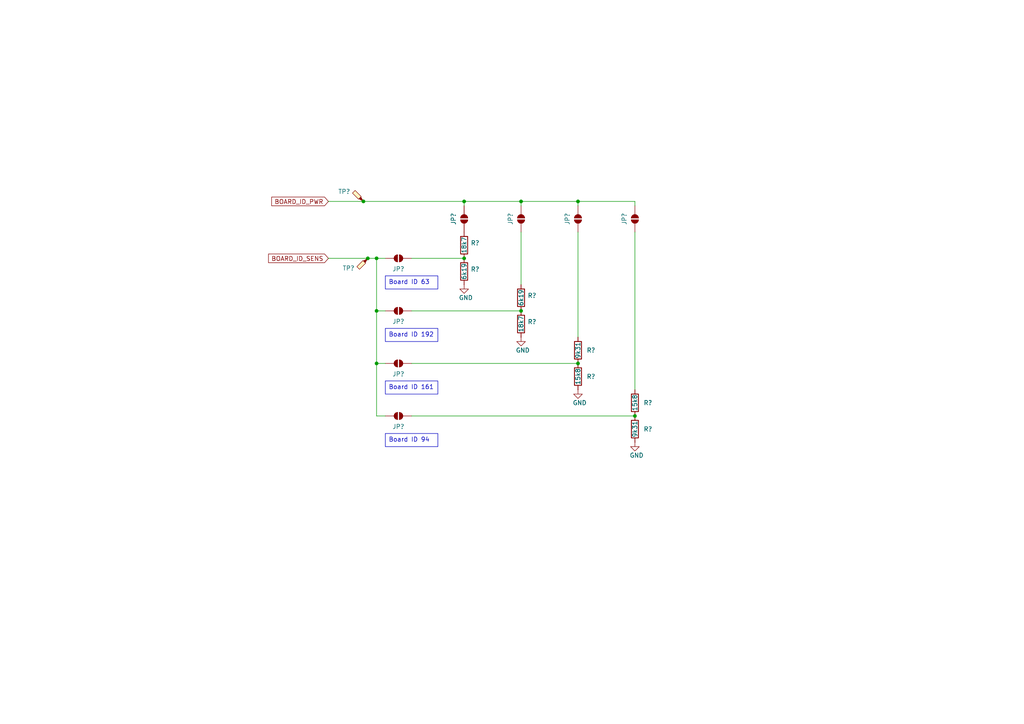
<source format=kicad_sch>
(kicad_sch (version 20231120) (generator "eeschema") (generator_version "8.0")
  (paper "A4")
  (lib_symbols
    (symbol "Connector:TestPoint_Probe" (pin_numbers hide) (pin_names (offset 0.762) hide)
      (property "Reference" "TP" (at 1.651 5.842 0))
      (property "Value" "TestPoint_Probe" (at 1.651 4.064 0))
      (symbol "TestPoint_Probe_0_1"
        (polyline (pts (xy 1.27 0.762) (xy 0 0) (xy 0.762 1.27) (xy 1.27 0.762)) (fill (type outline)))
        (polyline (pts (xy 1.397 0.635) (xy 0.635 1.397) (xy 2.413 3.175) (xy 3.175 2.413) (xy 1.397 0.635)) (fill (type background)))
      )
      (symbol "TestPoint_Probe_1_1"
        (pin passive line (at 0 0 90) (length 0) (name "1") (number "1"))
      )
    )
    (symbol "Device:R" (pin_numbers hide) (pin_names (offset 0))
      (property "Reference" "R" (at 2.032 0 90))
      (property "Value" "R" (at 0 0 90))
      (symbol "R_0_1"
        (rectangle (start -1.016 -2.54) (end 1.016 2.54) (stroke (width 0.254)))
      )
      (symbol "R_1_1"
        (pin passive line (at 0 3.81 270) (length 1.27) (name "~") (number "1"))
        (pin passive line (at 0 -3.81 90) (length 1.27) (name "~") (number "2"))
      )
    )
    (symbol "Jumper:SolderJumper_2_Open" (pin_numbers hide) (pin_names (offset 0) hide) (exclude_from_sim yes) (in_bom no)
      (property "Reference" "JP" (at 0 2.032 0))
      (property "Value" "SolderJumper_2_Open" (at 0 -2.54 0))
      (symbol "SolderJumper_2_Open_0_1"
        (arc (start -0.254 1.016) (mid -1.2656 0) (end -0.254 -1.016))
        (arc (start -0.254 1.016) (mid -1.2656 0) (end -0.254 -1.016) (fill (type outline)))
        (polyline (pts (xy -0.254 1.016) (xy -0.254 -1.016)))
        (polyline (pts (xy 0.254 1.016) (xy 0.254 -1.016)))
        (arc (start 0.254 -1.016) (mid 1.2656 0) (end 0.254 1.016))
        (arc (start 0.254 -1.016) (mid 1.2656 0) (end 0.254 1.016) (fill (type outline)))
      )
      (symbol "SolderJumper_2_Open_1_1"
        (pin passive line (at -3.81 0 0) (length 2.54) (name "A") (number "1"))
        (pin passive line (at 3.81 0 180) (length 2.54) (name "B") (number "2"))
      )
    )
    (symbol "power:GND" (power) (pin_numbers hide) (pin_names (offset 0) hide)
      (property "Value" "GND" (at 0 -3.81 0))
      (symbol "GND_0_1"
        (polyline (pts (xy 0 0) (xy 0 -1.27) (xy 1.27 -1.27) (xy 0 -2.54) (xy -1.27 -1.27) (xy 0 -1.27)))
      )
      (symbol "GND_1_1"
        (pin power_in line (at 0 0 270) (length 0) (name "~") (number "1"))
      )
    )
  )
  (junction (at 105.41 58.42))
  (junction (at 134.62 58.42))
  (junction (at 151.13 90.17))
  (junction (at 151.13 58.42))
  (junction (at 109.22 90.17))
  (junction (at 167.64 105.41))
  (junction (at 134.62 74.93))
  (junction (at 109.22 74.93))
  (junction (at 109.22 105.41))
  (junction (at 106.68 74.93))
  (junction (at 167.64 58.42))
  (junction (at 184.15 120.65))
  (wire (pts (xy 109.22 74.93) (xy 111.76 74.93)))
  (wire (pts (xy 95.25 58.42) (xy 105.41 58.42)))
  (wire (pts (xy 184.15 67.31) (xy 184.15 113.03)))
  (wire (pts (xy 106.68 74.93) (xy 109.22 74.93)))
  (wire (pts (xy 95.25 74.93) (xy 106.68 74.93)))
  (wire (pts (xy 167.64 67.31) (xy 167.64 97.79)))
  (wire (pts (xy 151.13 58.42) (xy 134.62 58.42)))
  (wire (pts (xy 119.38 90.17) (xy 151.13 90.17)))
  (wire (pts (xy 134.62 58.42) (xy 134.62 59.69)))
  (wire (pts (xy 151.13 67.31) (xy 151.13 82.55)))
  (wire (pts (xy 151.13 59.69) (xy 151.13 58.42)))
  (wire (pts (xy 109.22 105.41) (xy 109.22 120.65)))
  (wire (pts (xy 167.64 58.42) (xy 151.13 58.42)))
  (wire (pts (xy 109.22 120.65) (xy 111.76 120.65)))
  (wire (pts (xy 119.38 105.41) (xy 167.64 105.41)))
  (wire (pts (xy 109.22 105.41) (xy 111.76 105.41)))
  (wire (pts (xy 167.64 58.42) (xy 167.64 59.69)))
  (wire (pts (xy 119.38 74.93) (xy 134.62 74.93)))
  (wire (pts (xy 119.38 120.65) (xy 184.15 120.65)))
  (wire (pts (xy 109.22 90.17) (xy 109.22 105.41)))
  (wire (pts (xy 109.22 90.17) (xy 111.76 90.17)))
  (wire (pts (xy 105.41 58.42) (xy 134.62 58.42)))
  (wire (pts (xy 109.22 74.93) (xy 109.22 90.17)))
  (wire (pts (xy 184.15 58.42) (xy 167.64 58.42)))
  (wire (pts (xy 184.15 59.69) (xy 184.15 58.42)))
  (text_box "Board ID 94" (at 111.76 125.73 0) (size 15.24 3.81) (effects (font (size 1.27 1.27)) (justify left top)))
  (text_box "Board ID 192" (at 111.76 95.25 0) (size 15.24 3.81) (effects (font (size 1.27 1.27)) (justify left top)))
  (text_box "Board ID 161" (at 111.76 110.49 0) (size 15.24 3.81) (effects (font (size 1.27 1.27)) (justify left top)))
  (text_box "Board ID 63" (at 111.76 80.01 0) (size 15.24 3.81) (effects (font (size 1.27 1.27)) (justify left top)))
  (global_label "BOARD_ID_SENS" (shape input) (at 95.25 74.93 180) (property "Intersheetrefs" "${INTERSHEET_REFS}" (effects (hide yes))))
  (global_label "BOARD_ID_PWR" (shape input) (at 95.25 58.42 180) (property "Intersheetrefs" "${INTERSHEET_REFS}" (effects (hide yes))))
  (symbol (lib_id "Jumper:SolderJumper_2_Open") (at 115.57 74.93 0) (unit 1) (exclude_from_sim yes) (in_bom no)
    (property "Reference" "JP?" (at 115.57 78.74 0) (effects (justify bottom)))
    (property "Value" "SolderJumper_2_Open" (effects (hide yes)))
    (property "Footprint" "Jumper:SolderJumper-2_P1.3mm_Open_RoundedPad1.0x1.5mm" (effects (hide yes)))
    (property "Active" "Y" (effects (hide yes)))
    (property "MPN" "NA" (effects (hide yes)))
  )
  (symbol (lib_id "power:GND") (at 134.62 82.55 0) (mirror y) (unit 1)
    (property "Reference" "#PWR067" (effects (hide yes)))
    (property "Value" "GND" (at 137.16 86.36 0) (effects (justify left)))
  )
  (symbol (lib_id "Device:R") (at 134.62 78.74 0) (mirror y) (unit 1)
    (property "Reference" "R?" (at 136.525 78.105 0) (effects (justify right)))
    (property "Value" "6k19" (at 134.62 78.74 90))
    (property "Footprint" "footprints:Nondescript_R_0402_1005Metric" (effects (hide yes)))
    (property "Active" "Y" (effects (hide yes)))
    (property "MPN" "C25914" (effects (hide yes)))
    (property "Manufacturer" "UNI-ROYAL(Uniroyal Elec)" (effects (hide yes)))
    (property "Manufacturer Part Number" "0402WGF6191TCE" (effects (hide yes)))
    (property "Basic or Extended Component" "Basic" (effects (hide yes)))
  )
  (symbol (lib_id "power:GND") (at 184.15 128.27 0) (mirror y) (unit 1)
    (property "Reference" "#PWR070" (effects (hide yes)))
    (property "Value" "GND" (at 186.69 132.08 0) (effects (justify left)))
  )
  (symbol (lib_id "Jumper:SolderJumper_2_Open") (at 134.62 63.5 270) (unit 1) (exclude_from_sim yes) (in_bom no)
    (property "Reference" "JP?" (at 130.81 63.5 0) (effects (justify bottom)))
    (property "Value" "SolderJumper_2_Open" (effects (hide yes)))
    (property "Footprint" "Jumper:SolderJumper-2_P1.3mm_Open_RoundedPad1.0x1.5mm" (effects (hide yes)))
    (property "Active" "Y" (effects (hide yes)))
    (property "MPN" "NA" (effects (hide yes)))
  )
  (symbol (lib_id "Jumper:SolderJumper_2_Open") (at 115.57 105.41 0) (unit 1) (exclude_from_sim yes) (in_bom no)
    (property "Reference" "JP?" (at 115.57 109.22 0) (effects (justify bottom)))
    (property "Value" "SolderJumper_2_Open" (effects (hide yes)))
    (property "Footprint" "Jumper:SolderJumper-2_P1.3mm_Open_RoundedPad1.0x1.5mm" (effects (hide yes)))
    (property "Active" "Y" (effects (hide yes)))
    (property "MPN" "NA" (effects (hide yes)))
  )
  (symbol (lib_id "Jumper:SolderJumper_2_Open") (at 115.57 120.65 0) (unit 1) (exclude_from_sim yes) (in_bom no)
    (property "Reference" "JP?" (at 115.57 124.46 0) (effects (justify bottom)))
    (property "Value" "SolderJumper_2_Open" (effects (hide yes)))
    (property "Footprint" "Jumper:SolderJumper-2_P1.3mm_Open_RoundedPad1.0x1.5mm" (effects (hide yes)))
    (property "Active" "Y" (effects (hide yes)))
    (property "MPN" "NA" (effects (hide yes)))
  )
  (symbol (lib_id "Jumper:SolderJumper_2_Open") (at 151.13 63.5 270) (unit 1) (exclude_from_sim yes) (in_bom no)
    (property "Reference" "JP?" (at 147.32 63.5 0) (effects (justify bottom)))
    (property "Value" "SolderJumper_2_Open" (effects (hide yes)))
    (property "Footprint" "Jumper:SolderJumper-2_P1.3mm_Open_RoundedPad1.0x1.5mm" (effects (hide yes)))
    (property "Active" "Y" (effects (hide yes)))
    (property "MPN" "NA" (effects (hide yes)))
  )
  (symbol (lib_id "Connector:TestPoint_Probe") (at 105.41 58.42 0) (mirror y) (unit 1)
    (property "Reference" "TP?" (at 101.6 55.5625 0) (effects (justify left)))
    (property "Value" "TestPoint_Probe" (effects (hide yes)))
    (property "Footprint" "footprints:TestPoint_Pad_D2.5mm" (effects (hide yes)))
    (property "MPN" "NA" (effects (hide yes)))
    (property "Active" "Y" (effects (hide yes)))
  )
  (symbol (lib_id "Device:R") (at 151.13 93.98 0) (mirror y) (unit 1)
    (property "Reference" "R?" (at 153.035 93.345 0) (effects (justify right)))
    (property "Value" "18k7" (at 151.13 93.98 90))
    (property "Footprint" "footprints:Nondescript_R_0402_1005Metric" (effects (hide yes)))
    (property "Active" "Y" (effects (hide yes)))
    (property "MPN" "C11476" (effects (hide yes)))
    (property "Manufacturer" "UNI-ROYAL(Uniroyal Elec)" (effects (hide yes)))
    (property "Manufacturer Part Number" "0402WGF1872TCE" (effects (hide yes)))
    (property "Basic or Extended Component" "Basic" (effects (hide yes)))
  )
  (symbol (lib_id "Jumper:SolderJumper_2_Open") (at 167.64 63.5 270) (unit 1) (exclude_from_sim yes) (in_bom no)
    (property "Reference" "JP?" (at 163.83 63.5 0) (effects (justify bottom)))
    (property "Value" "SolderJumper_2_Open" (effects (hide yes)))
    (property "Footprint" "Jumper:SolderJumper-2_P1.3mm_Open_RoundedPad1.0x1.5mm" (effects (hide yes)))
    (property "Active" "Y" (effects (hide yes)))
    (property "MPN" "NA" (effects (hide yes)))
  )
  (symbol (lib_id "Device:R") (at 151.13 86.36 0) (mirror y) (unit 1)
    (property "Reference" "R?" (at 153.035 85.725 0) (effects (justify right)))
    (property "Value" "6k19" (at 151.13 86.36 90))
    (property "Footprint" "footprints:Nondescript_R_0402_1005Metric" (effects (hide yes)))
    (property "Active" "Y" (effects (hide yes)))
    (property "MPN" "C25914" (effects (hide yes)))
    (property "Manufacturer" "UNI-ROYAL(Uniroyal Elec)" (effects (hide yes)))
    (property "Manufacturer Part Number" "0402WGF6191TCE" (effects (hide yes)))
    (property "Basic or Extended Component" "Basic" (effects (hide yes)))
  )
  (symbol (lib_id "Device:R") (at 167.64 101.6 0) (mirror x) (unit 1)
    (property "Reference" "R?" (at 172.72 101.6 0) (effects (justify right)))
    (property "Value" "9k31" (at 167.64 101.6 90))
    (property "Footprint" "footprints:Nondescript_R_0402_1005Metric" (effects (hide yes)))
    (property "Active" "Y" (effects (hide yes)))
    (property "MPN" "C270572" (effects (hide yes)))
    (property "Manufacturer" "UNI-ROYAL(Uniroyal Elec)" (effects (hide yes)))
    (property "Manufacturer Part Number" "0402WGF9311TCE" (effects (hide yes)))
    (property "Basic or Extended Component" "Basic" (effects (hide yes)))
  )
  (symbol (lib_id "Device:R") (at 184.15 116.84 0) (mirror x) (unit 1)
    (property "Reference" "R?" (at 189.23 116.84 0) (effects (justify right)))
    (property "Value" "15k8" (at 184.15 116.84 90))
    (property "Footprint" "footprints:Nondescript_R_0402_1005Metric" (effects (hide yes)))
    (property "Active" "Y" (effects (hide yes)))
    (property "MPN" "C26956" (effects (hide yes)))
    (property "Manufacturer" "UNI-ROYAL(Uniroyal Elec)" (effects (hide yes)))
    (property "Manufacturer Part Number" "0402WGF1582TCE" (effects (hide yes)))
    (property "Basic or Extended Component" "Basic" (effects (hide yes)))
  )
  (symbol (lib_id "Device:R") (at 134.62 71.12 0) (mirror y) (unit 1)
    (property "Reference" "R?" (at 136.525 70.485 0) (effects (justify right)))
    (property "Value" "18k7" (at 134.62 71.12 90))
    (property "Footprint" "footprints:Nondescript_R_0402_1005Metric" (effects (hide yes)))
    (property "Active" "Y" (effects (hide yes)))
    (property "MPN" "C11476" (effects (hide yes)))
    (property "Manufacturer" "UNI-ROYAL(Uniroyal Elec)" (effects (hide yes)))
    (property "Manufacturer Part Number" "0402WGF1872TCE" (effects (hide yes)))
    (property "Basic or Extended Component" "Basic" (effects (hide yes)))
  )
  (symbol (lib_id "Device:R") (at 184.15 124.46 0) (mirror x) (unit 1)
    (property "Reference" "R?" (at 189.23 124.46 0) (effects (justify right)))
    (property "Value" "9k31" (at 184.15 124.46 90))
    (property "Footprint" "footprints:Nondescript_R_0402_1005Metric" (effects (hide yes)))
    (property "Active" "Y" (effects (hide yes)))
    (property "MPN" "C270572" (effects (hide yes)))
    (property "Manufacturer" "UNI-ROYAL(Uniroyal Elec)" (effects (hide yes)))
    (property "Manufacturer Part Number" "0402WGF9311TCE" (effects (hide yes)))
    (property "Basic or Extended Component" "Basic" (effects (hide yes)))
  )
  (symbol (lib_id "Jumper:SolderJumper_2_Open") (at 115.57 90.17 0) (unit 1) (exclude_from_sim yes) (in_bom no)
    (property "Reference" "JP?" (at 115.57 93.98 0) (effects (justify bottom)))
    (property "Value" "SolderJumper_2_Open" (effects (hide yes)))
    (property "Footprint" "Jumper:SolderJumper-2_P1.3mm_Open_RoundedPad1.0x1.5mm" (effects (hide yes)))
    (property "Active" "Y" (effects (hide yes)))
    (property "MPN" "NA" (effects (hide yes)))
  )
  (symbol (lib_id "Connector:TestPoint_Probe") (at 106.68 74.93 180) (unit 1)
    (property "Reference" "TP?" (at 102.87 77.7875 0) (effects (justify left)))
    (property "Value" "TestPoint_Probe" (effects (hide yes)))
    (property "Footprint" "footprints:TestPoint_Pad_D2.5mm" (effects (hide yes)))
    (property "MPN" "NA" (effects (hide yes)))
    (property "Active" "Y" (effects (hide yes)))
  )
  (symbol (lib_id "power:GND") (at 151.13 97.79 0) (mirror y) (unit 1)
    (property "Reference" "#PWR068" (effects (hide yes)))
    (property "Value" "GND" (at 153.67 101.6 0) (effects (justify left)))
  )
  (symbol (lib_id "power:GND") (at 167.64 113.03 0) (mirror y) (unit 1)
    (property "Reference" "#PWR069" (effects (hide yes)))
    (property "Value" "GND" (at 170.18 116.84 0) (effects (justify left)))
  )
  (symbol (lib_id "Device:R") (at 167.64 109.22 0) (mirror x) (unit 1)
    (property "Reference" "R?" (at 172.72 109.22 0) (effects (justify right)))
    (property "Value" "15k8" (at 167.64 109.22 90))
    (property "Footprint" "footprints:Nondescript_R_0402_1005Metric" (effects (hide yes)))
    (property "Active" "Y" (effects (hide yes)))
    (property "MPN" "C26956" (effects (hide yes)))
    (property "Manufacturer" "UNI-ROYAL(Uniroyal Elec)" (effects (hide yes)))
    (property "Manufacturer Part Number" "0402WGF1582TCE" (effects (hide yes)))
    (property "Basic or Extended Component" "Basic" (effects (hide yes)))
  )
  (symbol (lib_id "Jumper:SolderJumper_2_Open") (at 184.15 63.5 270) (unit 1) (exclude_from_sim yes) (in_bom no)
    (property "Reference" "JP?" (at 180.34 63.5 0) (effects (justify bottom)))
    (property "Value" "SolderJumper_2_Open" (effects (hide yes)))
    (property "Footprint" "Jumper:SolderJumper-2_P1.3mm_Open_RoundedPad1.0x1.5mm" (effects (hide yes)))
    (property "Active" "Y" (effects (hide yes)))
    (property "MPN" "NA" (effects (hide yes)))
  )
)
</source>
